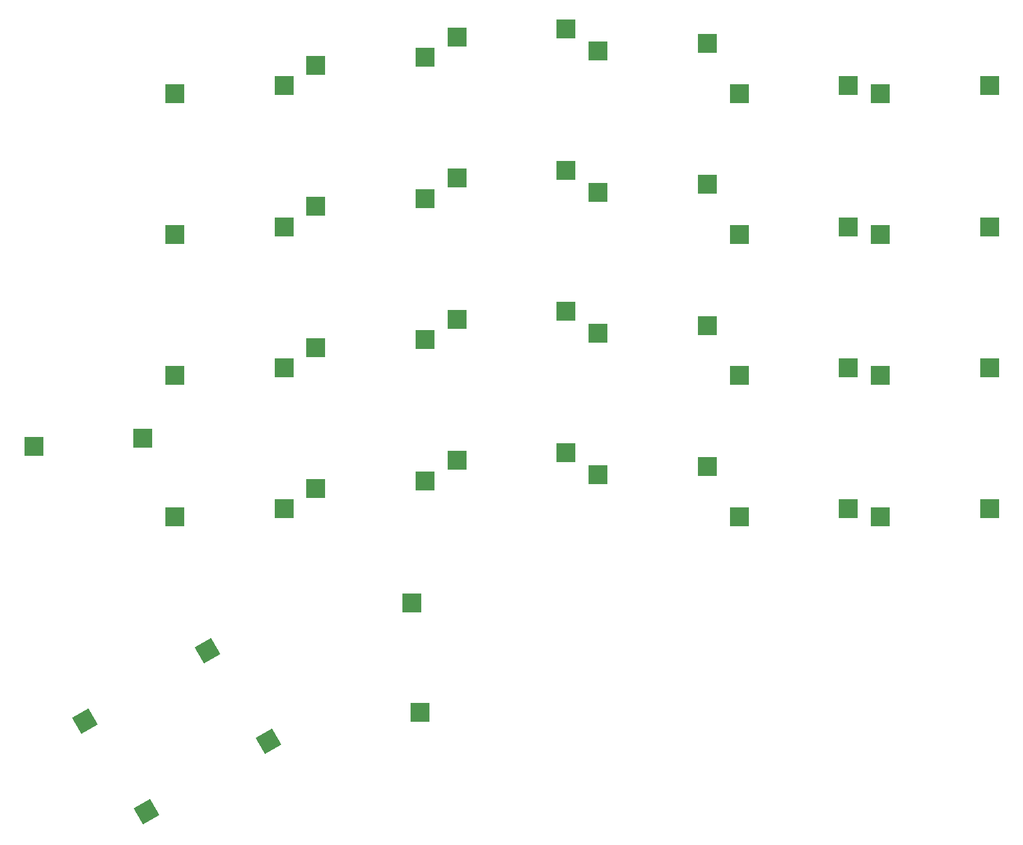
<source format=gtp>
%TF.GenerationSoftware,KiCad,Pcbnew,8.0.1*%
%TF.CreationDate,2024-04-28T15:39:47+00:00*%
%TF.ProjectId,split_kb,73706c69-745f-46b6-922e-6b696361645f,rev?*%
%TF.SameCoordinates,Original*%
%TF.FileFunction,Paste,Top*%
%TF.FilePolarity,Positive*%
%FSLAX46Y46*%
G04 Gerber Fmt 4.6, Leading zero omitted, Abs format (unit mm)*
G04 Created by KiCad (PCBNEW 8.0.1) date 2024-04-28 15:39:47*
%MOMM*%
%LPD*%
G01*
G04 APERTURE LIST*
G04 Aperture macros list*
%AMRotRect*
0 Rectangle, with rotation*
0 The origin of the aperture is its center*
0 $1 length*
0 $2 width*
0 $3 Rotation angle, in degrees counterclockwise*
0 Add horizontal line*
21,1,$1,$2,0,0,$3*%
G04 Aperture macros list end*
%ADD10R,2.500000X2.550000*%
%ADD11R,2.550000X2.500000*%
%ADD12RotRect,2.500000X2.550000X300.000000*%
G04 APERTURE END LIST*
D10*
%TO.C,SW_back_24*%
X196000000Y-109300000D03*
X210700000Y-108250000D03*
%TD*%
%TO.C,SW_back_4*%
X177000000Y-46600000D03*
X191700000Y-45550000D03*
%TD*%
%TO.C,SW_back_10*%
X196000000Y-71300000D03*
X210700000Y-70250000D03*
%TD*%
%TO.C,SW_back_26*%
X158000000Y-101700000D03*
X172700000Y-100650000D03*
%TD*%
%TO.C,SW_back_13*%
X139000000Y-67500000D03*
X153700000Y-66450000D03*
%TD*%
%TO.C,SW_back_16*%
X215000000Y-90300000D03*
X229700000Y-89250000D03*
%TD*%
%TO.C,SW_back_3*%
X196000000Y-52300000D03*
X210700000Y-51250000D03*
%TD*%
%TO.C,SW_back_14*%
X120000000Y-71300000D03*
X134700000Y-70250000D03*
%TD*%
%TO.C,SW_back_19*%
X158000000Y-82700000D03*
X172700000Y-81650000D03*
%TD*%
%TO.C,SW_back_21*%
X120000000Y-90300000D03*
X134700000Y-89250000D03*
%TD*%
%TO.C,SW_back_9*%
X215000000Y-71300000D03*
X229700000Y-70250000D03*
%TD*%
%TO.C,SW_back_1*%
X101000000Y-99800000D03*
X115700000Y-98750000D03*
%TD*%
%TO.C,SW_back_6*%
X139000000Y-48500000D03*
X153700000Y-47450000D03*
%TD*%
%TO.C,SW_back_17*%
X196000000Y-90300000D03*
X210700000Y-89250000D03*
%TD*%
%TO.C,SW_back_5*%
X158000000Y-44700000D03*
X172700000Y-43650000D03*
%TD*%
%TO.C,SW_back_23*%
X215000000Y-109300000D03*
X229700000Y-108250000D03*
%TD*%
D11*
%TO.C,SW_back_22*%
X151950000Y-120950000D03*
X153000000Y-135650000D03*
%TD*%
D10*
%TO.C,SW_back_12*%
X158000000Y-63700000D03*
X172700000Y-62650000D03*
%TD*%
%TO.C,SW_back_18*%
X177000000Y-84600000D03*
X191700000Y-83550000D03*
%TD*%
D12*
%TO.C,SW_back_15*%
X124395319Y-127305290D03*
X132654646Y-139510864D03*
%TD*%
D10*
%TO.C,SW_back_25*%
X177000000Y-103600000D03*
X191700000Y-102550000D03*
%TD*%
%TO.C,SW_back_20*%
X139000000Y-86500000D03*
X153700000Y-85450000D03*
%TD*%
%TO.C,SW_back_2*%
X215000000Y-52300000D03*
X229700000Y-51250000D03*
%TD*%
%TO.C,SW_back_11*%
X177000000Y-65600000D03*
X191700000Y-64550000D03*
%TD*%
%TO.C,SW_back_7*%
X120000000Y-52300000D03*
X134700000Y-51250000D03*
%TD*%
%TO.C,SW_back_27*%
X139000000Y-105500000D03*
X153700000Y-104450000D03*
%TD*%
D12*
%TO.C,SW_back_8*%
X107940837Y-136805290D03*
X116200164Y-149010864D03*
%TD*%
D10*
%TO.C,SW_back_28*%
X120000000Y-109300000D03*
X134700000Y-108250000D03*
%TD*%
M02*

</source>
